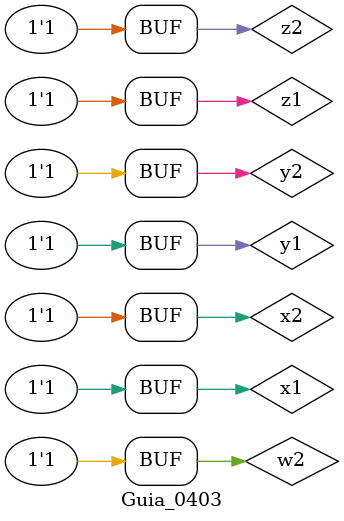
<source format=v>
/* 
Guia_0403.v 
855842 - Mateus Resende Ottoni

iverilog -o Guia_0403.vvp Guia_0403.v
vvp Guia_0403.vvp
*/


// Modulo letra a _ SoP ( 1, 5, 6, 7 )
module f03a (output s,
             input x, y, z);
       assign s = (~x & ~y & z) | (x & ~y & z) | (x & y & ~z) | (x & y & z);

endmodule


// Modulos letra b _ SoP ( 2, 5, 6, 7 )
module f03b (output s,
             input x, y, z);
       assign s = (~x & y & ~z) | (x & ~y & z) | (x & y & ~z) | (x & y & z);

endmodule


// Modulos letra c _ SoP ( 1, 2, 3, 6, 7, 11, 15 )
module f03c (output s,
             input x, y, w, z);
       assign s = (~x & ~y & ~w & z) | (~x & ~y & w & ~z) | (~x & ~y & w & z) |
              (~x & y & w & ~z) | (~x & y & w & z) | (x & ~y & w & z) | (x & y & w & z) ;

endmodule


// Modulos letra d _ SoP ( 1, 2, 6, 8, 10, 12, 14 )
module f03d (output s,
             input x, y, w, z);
       assign s = (~x & ~y & ~w & z) | (~x & ~y & w & ~z) | (~x & y & w & ~z) |
              (x & ~y & ~w & ~z) | (x & ~y & w & ~z) | (x & y & ~w & ~z) | (x & y & w & ~z) ;

endmodule


// Modulos letra e _ SoP ( 0, 2, 5, 7, 8, 11 )
module f03e (output s,
             input x, y, w, z);
       assign s = (~x & ~y & ~w & ~z) | (~x & ~y & w & ~z) | (~x & y & ~w & z) |
              (~x & y & w & z) | (x & ~y & ~w & ~z) | (x & ~y & w & z) ;

endmodule




// Modulo principal
module Guia_0403; 

// Definir dados
reg x1, y1, z1, x2, y2, w2, z2;
wire wa, wb, wc, wd, we;
f03a f03_a (wa, x1, y1, z1);
f03b f03_b (wb, x1, y1, z1);
f03c f03_c (wc, x2, y2, w2, z2);
f03d f03_d (wd, x2, y2, w2, z2);
f03e f03_e (we, x2, y2, w2, z2);

 initial
  begin
   x1 = 1'b0;
   y1 = 1'b0;
   z1 = 1'b0;
   x2 = 1'b0;
   y2 = 1'b0;
   w2 = 1'b0;
   z2 = 1'b0;
  end


// Main 
initial 
begin : main 

$display ( "Guia_0403" );
$display ( " " );

/*	Mostrar valores e os atualizar quando mudarem (letra a e b)		*/
$display ( "Letras a e b" );
$display ( "|| x | y | z || SoP(1,5,6,7) || SoP(2,5,6,7) ||" );
$display ( "||---|---|---||--------------||--------------||" );
$monitor ( "|| %b | %b | %b ||            %b ||           %b  ||",
               x1, y1, z1, wa, wb );
/*								*/

/*	Atualizar valores (até 7)	*/

#1  z1 = 1'b1;
#1  z1 = 1'b0; y1 = 1'b1;
#1  z1 = 1'b1;
#1  z1 = 1'b0; y1 = 1'b0; x1 = 1'b1;
#1  z1 = 1'b1;
#1  z1 = 1'b0; y1 = 1'b1;
#1  z1 = 1'b1;
#1

/*					*/



/*	Mostrar valores e os atualizar quando mudarem (letra c, d e e) 	*/
$display ( " " );
$display ( "Letras c, d e e " );
$display ( "|| x | y | w | z || SoP(1,2,3,6,7,11,15) || SoP(1,2,6,8,10,12,14) || SoP(0,2,5,7,8,11) ||" );
$display ( "||---|---|---|---||----------------------||-----------------------||-------------------||" );
$monitor ( "|| %b | %b | %b | %b ||                    %b ||                    %b  ||                %b  ||",
               x2, y2, w2, z2, wc, wd, we );
/*								*/

/*	Atualizar valores (até 15)	*/

#1  z2 = 1'b1;
#1  z2 = 1'b0; w2 = 1'b1;
#1  z2 = 1'b1;
#1  z2 = 1'b0; w2 = 1'b0; y2 = 1'b1;
#1  z2 = 1'b1;
#1  z2 = 1'b0; w2 = 1'b1;
#1  z2 = 1'b1;
#1  z2 = 1'b0; w2 = 1'b0; y2 = 1'b0; x2 = 1'b1;
#1  z2 = 1'b1;
#1  z2 = 1'b0; w2 = 1'b1;
#1  z2 = 1'b1;
#1  z2 = 1'b0; w2 = 1'b0; y2 = 1'b1;
#1  z2 = 1'b1;
#1  z2 = 1'b0; w2 = 1'b1;
#1  z2 = 1'b1;


/*					*/

end // main 

endmodule // Guia_0403

</source>
